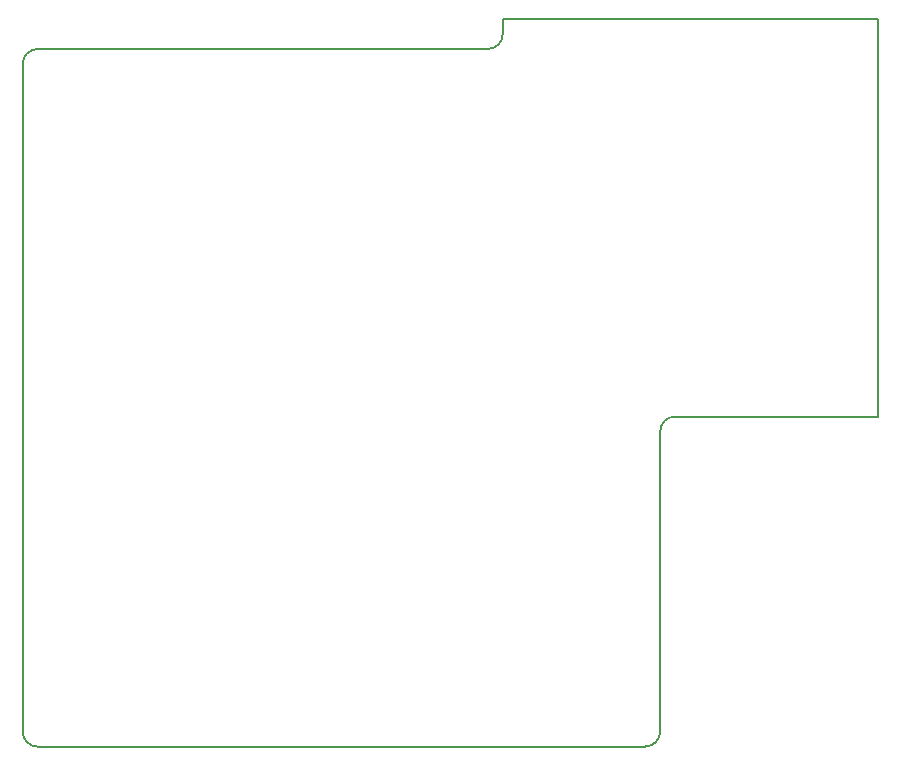
<source format=gm1>
G04 #@! TF.GenerationSoftware,KiCad,Pcbnew,8.0.8*
G04 #@! TF.CreationDate,2025-02-08T14:03:33+10:30*
G04 #@! TF.ProjectId,tt06-vga-interposer,74743036-2d76-4676-912d-696e74657270,rev?*
G04 #@! TF.SameCoordinates,Original*
G04 #@! TF.FileFunction,Profile,NP*
%FSLAX46Y46*%
G04 Gerber Fmt 4.6, Leading zero omitted, Abs format (unit mm)*
G04 Created by KiCad (PCBNEW 8.0.8) date 2025-02-08 14:03:33*
%MOMM*%
%LPD*%
G01*
G04 APERTURE LIST*
G04 #@! TA.AperFunction,Profile*
%ADD10C,0.200000*%
G04 #@! TD*
G04 APERTURE END LIST*
D10*
X127635000Y-73025000D02*
G75*
G02*
X128905000Y-71755000I1270000J0D01*
G01*
X113030000Y-40640000D02*
X74930000Y-40640000D01*
X127635000Y-98425000D02*
X127635000Y-73025000D01*
X73660000Y-41910000D02*
X73660000Y-98425000D01*
X128905000Y-71755000D02*
X146050000Y-71755000D01*
X127635000Y-98425000D02*
G75*
G02*
X126365000Y-99695000I-1270000J0D01*
G01*
X74930000Y-99695000D02*
X126365000Y-99695000D01*
X146050000Y-38100000D02*
X114300000Y-38100000D01*
X74930000Y-99695000D02*
G75*
G02*
X73660000Y-98425000I0J1270000D01*
G01*
X73660000Y-41910000D02*
G75*
G02*
X74930000Y-40640000I1270000J0D01*
G01*
X114300000Y-39370000D02*
G75*
G02*
X113030000Y-40640000I-1270000J0D01*
G01*
X114300000Y-38100000D02*
X114300000Y-39370000D01*
X146050000Y-71755000D02*
X146050000Y-38100000D01*
M02*

</source>
